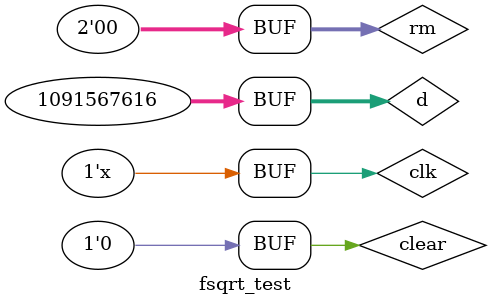
<source format=v>
`timescale 1ns / 1ps

module fsqrt_test();
    reg clk,clear;
    reg [31:0]d;
    reg [1:0]rm;
    reg ifsqrt;

    wire stall;
    wire busy;
    wire [4:0]count;
    wire [31:0]res;
    initial begin
        d=32'h4110_0000;
        clk=0;clear=0;rm=2'b00;
        #3;clear=1;
        #1;clear=0;
        #1;ifsqrt=1;
    end
    always @(*) begin
        if (~busy) begin
            ifsqrt=0;
        end
    end
    fsqrt_design  fsqrt_design_inst (
        .clk(clk),
        .clear(clear),
        .d(d),
        .rm(rm),
        .ifsqrt(ifsqrt),
        .stall(stall),
        .busy(busy),
        .count(count),
        .res(res)
    );
    always #5 clk=~clk;
endmodule

</source>
